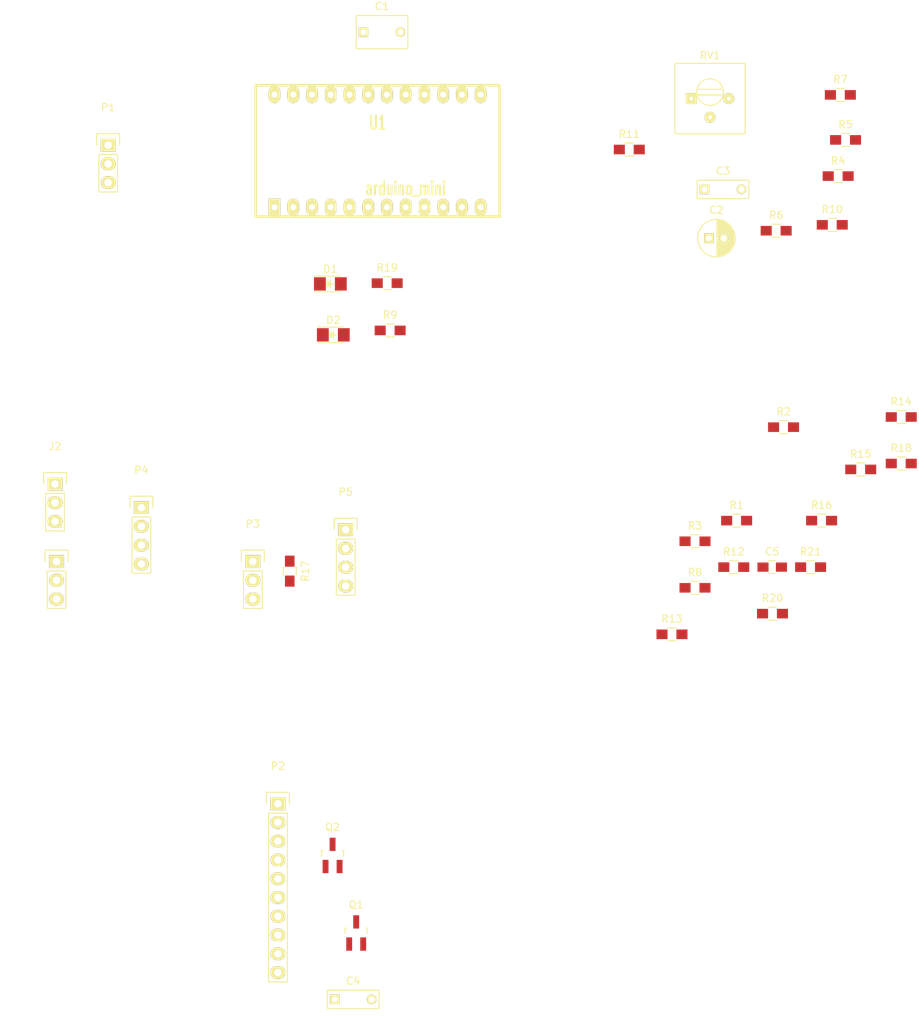
<source format=kicad_pcb>
(kicad_pcb (version 4) (host pcbnew 4.0.1-stable)

  (general
    (links 64)
    (no_connects 64)
    (area 0 0 0 0)
    (thickness 1.6)
    (drawings 0)
    (tracks 0)
    (zones 0)
    (modules 39)
    (nets 50)
  )

  (page A4)
  (layers
    (0 F.Cu signal)
    (31 B.Cu signal)
    (32 B.Adhes user)
    (33 F.Adhes user)
    (34 B.Paste user)
    (35 F.Paste user)
    (36 B.SilkS user)
    (37 F.SilkS user)
    (38 B.Mask user)
    (39 F.Mask user)
    (40 Dwgs.User user)
    (41 Cmts.User user)
    (42 Eco1.User user)
    (43 Eco2.User user)
    (44 Edge.Cuts user)
    (45 Margin user)
    (46 B.CrtYd user)
    (47 F.CrtYd user)
    (48 B.Fab user)
    (49 F.Fab user)
  )

  (setup
    (last_trace_width 0.25)
    (trace_clearance 0.2)
    (zone_clearance 0.508)
    (zone_45_only no)
    (trace_min 0.2)
    (segment_width 0.2)
    (edge_width 0.15)
    (via_size 0.6)
    (via_drill 0.4)
    (via_min_size 0.4)
    (via_min_drill 0.3)
    (uvia_size 0.3)
    (uvia_drill 0.1)
    (uvias_allowed no)
    (uvia_min_size 0.2)
    (uvia_min_drill 0.1)
    (pcb_text_width 0.3)
    (pcb_text_size 1.5 1.5)
    (mod_edge_width 0.15)
    (mod_text_size 1 1)
    (mod_text_width 0.15)
    (pad_size 1.524 1.524)
    (pad_drill 0.762)
    (pad_to_mask_clearance 0.2)
    (aux_axis_origin 0 0)
    (visible_elements FFFFFF7F)
    (pcbplotparams
      (layerselection 0x00030_80000001)
      (usegerberextensions false)
      (excludeedgelayer true)
      (linewidth 0.100000)
      (plotframeref false)
      (viasonmask false)
      (mode 1)
      (useauxorigin false)
      (hpglpennumber 1)
      (hpglpenspeed 20)
      (hpglpendiameter 15)
      (hpglpenoverlay 2)
      (psnegative false)
      (psa4output false)
      (plotreference true)
      (plotvalue true)
      (plotinvisibletext false)
      (padsonsilk false)
      (subtractmaskfromsilk false)
      (outputformat 1)
      (mirror false)
      (drillshape 1)
      (scaleselection 1)
      (outputdirectory ""))
  )

  (net 0 "")
  (net 1 /LINE_LEVEL_IN)
  (net 2 /AUDIO_IN)
  (net 3 "Net-(C2-Pad1)")
  (net 4 "Net-(C2-Pad2)")
  (net 5 GND)
  (net 6 "Net-(C4-Pad1)")
  (net 7 /MIC_LEVEL_OUT)
  (net 8 +5V)
  (net 9 /D9)
  (net 10 "Net-(D1-Pad1)")
  (net 11 /D10)
  (net 12 "Net-(D2-Pad1)")
  (net 13 /V_BATT)
  (net 14 "Net-(P2-Pad1)")
  (net 15 "Net-(P2-Pad3)")
  (net 16 /RADIO_PD)
  (net 17 "Net-(P2-Pad5)")
  (net 18 /RADIO_TX)
  (net 19 /RADIO_RX)
  (net 20 /TEMP_DATA)
  (net 21 /PTT_V+)
  (net 22 "Net-(J2-PadR)")
  (net 23 "Net-(P5-Pad2)")
  (net 24 /GPS_RX)
  (net 25 "Net-(Q1-Pad2)")
  (net 26 "Net-(Q2-Pad2)")
  (net 27 /PTT_CONTROL)
  (net 28 /D7)
  (net 29 /D6)
  (net 30 /D5)
  (net 31 /D4)
  (net 32 /RADIO_PD_CONTROL)
  (net 33 /GPS_TX)
  (net 34 "Net-(R14-Pad2)")
  (net 35 "Net-(U1-Pad1)")
  (net 36 "Net-(U1-Pad2)")
  (net 37 "Net-(U1-Pad3)")
  (net 38 "Net-(U1-Pad7)")
  (net 39 "Net-(U1-Pad8)")
  (net 40 "Net-(U1-Pad9)")
  (net 41 "Net-(U1-Pad10)")
  (net 42 "Net-(U1-Pad11)")
  (net 43 "Net-(U1-Pad13)")
  (net 44 "Net-(U1-Pad15)")
  (net 45 "Net-(U1-Pad18)")
  (net 46 "Net-(U1-Pad20)")
  (net 47 "Net-(J1-PadR)")
  (net 48 "Net-(J1-PadS)")
  (net 49 "Net-(J2-PadT)")

  (net_class Default "This is the default net class."
    (clearance 0.2)
    (trace_width 0.25)
    (via_dia 0.6)
    (via_drill 0.4)
    (uvia_dia 0.3)
    (uvia_drill 0.1)
    (add_net +5V)
    (add_net /AUDIO_IN)
    (add_net /D10)
    (add_net /D4)
    (add_net /D5)
    (add_net /D6)
    (add_net /D7)
    (add_net /D9)
    (add_net /GPS_RX)
    (add_net /GPS_TX)
    (add_net /LINE_LEVEL_IN)
    (add_net /MIC_LEVEL_OUT)
    (add_net /PTT_CONTROL)
    (add_net /PTT_V+)
    (add_net /RADIO_PD)
    (add_net /RADIO_PD_CONTROL)
    (add_net /RADIO_RX)
    (add_net /RADIO_TX)
    (add_net /TEMP_DATA)
    (add_net /V_BATT)
    (add_net GND)
    (add_net "Net-(C2-Pad1)")
    (add_net "Net-(C2-Pad2)")
    (add_net "Net-(C4-Pad1)")
    (add_net "Net-(D1-Pad1)")
    (add_net "Net-(D2-Pad1)")
    (add_net "Net-(J1-PadR)")
    (add_net "Net-(J1-PadS)")
    (add_net "Net-(J2-PadR)")
    (add_net "Net-(J2-PadT)")
    (add_net "Net-(P2-Pad1)")
    (add_net "Net-(P2-Pad3)")
    (add_net "Net-(P2-Pad5)")
    (add_net "Net-(P5-Pad2)")
    (add_net "Net-(Q1-Pad2)")
    (add_net "Net-(Q2-Pad2)")
    (add_net "Net-(R14-Pad2)")
    (add_net "Net-(U1-Pad1)")
    (add_net "Net-(U1-Pad10)")
    (add_net "Net-(U1-Pad11)")
    (add_net "Net-(U1-Pad13)")
    (add_net "Net-(U1-Pad15)")
    (add_net "Net-(U1-Pad18)")
    (add_net "Net-(U1-Pad2)")
    (add_net "Net-(U1-Pad20)")
    (add_net "Net-(U1-Pad3)")
    (add_net "Net-(U1-Pad7)")
    (add_net "Net-(U1-Pad8)")
    (add_net "Net-(U1-Pad9)")
  )

  (module Capacitors_ThroughHole:C_Rect_L7_W4.5_P5 (layer F.Cu) (tedit 0) (tstamp 56DB4BA3)
    (at 170.7 45.1)
    (descr "Film Capacitor Length 7mm x Width 4.5mm, Pitch 5mm")
    (tags Capacitor)
    (path /56C9C734)
    (fp_text reference C1 (at 2.5 -3.5) (layer F.SilkS)
      (effects (font (size 1 1) (thickness 0.15)))
    )
    (fp_text value 1uF (at 2.5 3.5) (layer F.Fab)
      (effects (font (size 1 1) (thickness 0.15)))
    )
    (fp_line (start -1.25 -2.5) (end 6.25 -2.5) (layer F.CrtYd) (width 0.05))
    (fp_line (start 6.25 -2.5) (end 6.25 2.5) (layer F.CrtYd) (width 0.05))
    (fp_line (start 6.25 2.5) (end -1.25 2.5) (layer F.CrtYd) (width 0.05))
    (fp_line (start -1.25 2.5) (end -1.25 -2.5) (layer F.CrtYd) (width 0.05))
    (fp_line (start -1 -2.25) (end 6 -2.25) (layer F.SilkS) (width 0.15))
    (fp_line (start 6 -2.25) (end 6 2.25) (layer F.SilkS) (width 0.15))
    (fp_line (start 6 2.25) (end -1 2.25) (layer F.SilkS) (width 0.15))
    (fp_line (start -1 2.25) (end -1 -2.25) (layer F.SilkS) (width 0.15))
    (pad 1 thru_hole rect (at 0 0) (size 1.3 1.3) (drill 0.8) (layers *.Cu *.Mask F.SilkS)
      (net 1 /LINE_LEVEL_IN))
    (pad 2 thru_hole circle (at 5 0) (size 1.3 1.3) (drill 0.8) (layers *.Cu *.Mask F.SilkS)
      (net 2 /AUDIO_IN))
    (model Capacitors_ThroughHole.3dshapes/C_Rect_L7_W4.5_P5.wrl
      (at (xyz 0.098425 0 0))
      (scale (xyz 1 1 1))
      (rotate (xyz 0 0 0))
    )
  )

  (module Capacitors_ThroughHole:C_Radial_D5_L11_P2 (layer F.Cu) (tedit 0) (tstamp 56DB4BCA)
    (at 217.5 73)
    (descr "Radial Electrolytic Capacitor 5mm x Length 11mm, Pitch 2mm")
    (tags "Electrolytic Capacitor")
    (path /56C9DC4C)
    (fp_text reference C2 (at 1 -3.8) (layer F.SilkS)
      (effects (font (size 1 1) (thickness 0.15)))
    )
    (fp_text value 4.7uF (at 1 3.8) (layer F.Fab)
      (effects (font (size 1 1) (thickness 0.15)))
    )
    (fp_line (start 1.075 -2.499) (end 1.075 2.499) (layer F.SilkS) (width 0.15))
    (fp_line (start 1.215 -2.491) (end 1.215 -0.154) (layer F.SilkS) (width 0.15))
    (fp_line (start 1.215 0.154) (end 1.215 2.491) (layer F.SilkS) (width 0.15))
    (fp_line (start 1.355 -2.475) (end 1.355 -0.473) (layer F.SilkS) (width 0.15))
    (fp_line (start 1.355 0.473) (end 1.355 2.475) (layer F.SilkS) (width 0.15))
    (fp_line (start 1.495 -2.451) (end 1.495 -0.62) (layer F.SilkS) (width 0.15))
    (fp_line (start 1.495 0.62) (end 1.495 2.451) (layer F.SilkS) (width 0.15))
    (fp_line (start 1.635 -2.418) (end 1.635 -0.712) (layer F.SilkS) (width 0.15))
    (fp_line (start 1.635 0.712) (end 1.635 2.418) (layer F.SilkS) (width 0.15))
    (fp_line (start 1.775 -2.377) (end 1.775 -0.768) (layer F.SilkS) (width 0.15))
    (fp_line (start 1.775 0.768) (end 1.775 2.377) (layer F.SilkS) (width 0.15))
    (fp_line (start 1.915 -2.327) (end 1.915 -0.795) (layer F.SilkS) (width 0.15))
    (fp_line (start 1.915 0.795) (end 1.915 2.327) (layer F.SilkS) (width 0.15))
    (fp_line (start 2.055 -2.266) (end 2.055 -0.798) (layer F.SilkS) (width 0.15))
    (fp_line (start 2.055 0.798) (end 2.055 2.266) (layer F.SilkS) (width 0.15))
    (fp_line (start 2.195 -2.196) (end 2.195 -0.776) (layer F.SilkS) (width 0.15))
    (fp_line (start 2.195 0.776) (end 2.195 2.196) (layer F.SilkS) (width 0.15))
    (fp_line (start 2.335 -2.114) (end 2.335 -0.726) (layer F.SilkS) (width 0.15))
    (fp_line (start 2.335 0.726) (end 2.335 2.114) (layer F.SilkS) (width 0.15))
    (fp_line (start 2.475 -2.019) (end 2.475 -0.644) (layer F.SilkS) (width 0.15))
    (fp_line (start 2.475 0.644) (end 2.475 2.019) (layer F.SilkS) (width 0.15))
    (fp_line (start 2.615 -1.908) (end 2.615 -0.512) (layer F.SilkS) (width 0.15))
    (fp_line (start 2.615 0.512) (end 2.615 1.908) (layer F.SilkS) (width 0.15))
    (fp_line (start 2.755 -1.78) (end 2.755 -0.265) (layer F.SilkS) (width 0.15))
    (fp_line (start 2.755 0.265) (end 2.755 1.78) (layer F.SilkS) (width 0.15))
    (fp_line (start 2.895 -1.631) (end 2.895 1.631) (layer F.SilkS) (width 0.15))
    (fp_line (start 3.035 -1.452) (end 3.035 1.452) (layer F.SilkS) (width 0.15))
    (fp_line (start 3.175 -1.233) (end 3.175 1.233) (layer F.SilkS) (width 0.15))
    (fp_line (start 3.315 -0.944) (end 3.315 0.944) (layer F.SilkS) (width 0.15))
    (fp_line (start 3.455 -0.472) (end 3.455 0.472) (layer F.SilkS) (width 0.15))
    (fp_circle (center 2 0) (end 2 -0.8) (layer F.SilkS) (width 0.15))
    (fp_circle (center 1 0) (end 1 -2.5375) (layer F.SilkS) (width 0.15))
    (fp_circle (center 1 0) (end 1 -2.8) (layer F.CrtYd) (width 0.05))
    (pad 1 thru_hole rect (at 0 0) (size 1.3 1.3) (drill 0.8) (layers *.Cu *.Mask F.SilkS)
      (net 3 "Net-(C2-Pad1)"))
    (pad 2 thru_hole circle (at 2 0) (size 1.3 1.3) (drill 0.8) (layers *.Cu *.Mask F.SilkS)
      (net 4 "Net-(C2-Pad2)"))
    (model Capacitors_ThroughHole.3dshapes/C_Radial_D5_L11_P2.wrl
      (at (xyz 0 0 0))
      (scale (xyz 1 1 1))
      (rotate (xyz 0 0 0))
    )
  )

  (module Capacitors_ThroughHole:C_Rect_L7_W2.5_P5 (layer F.Cu) (tedit 0) (tstamp 56DB4BD8)
    (at 216.9 66.4)
    (descr "Film Capacitor Length 7mm x Width 2.5mm, Pitch 5mm")
    (tags Capacitor)
    (path /56C9DC08)
    (fp_text reference C3 (at 2.5 -2.5) (layer F.SilkS)
      (effects (font (size 1 1) (thickness 0.15)))
    )
    (fp_text value 100nF (at 2.5 2.5) (layer F.Fab)
      (effects (font (size 1 1) (thickness 0.15)))
    )
    (fp_line (start -1.25 -1.5) (end 6.25 -1.5) (layer F.CrtYd) (width 0.05))
    (fp_line (start 6.25 -1.5) (end 6.25 1.5) (layer F.CrtYd) (width 0.05))
    (fp_line (start 6.25 1.5) (end -1.25 1.5) (layer F.CrtYd) (width 0.05))
    (fp_line (start -1.25 1.5) (end -1.25 -1.5) (layer F.CrtYd) (width 0.05))
    (fp_line (start -1 -1.25) (end 6 -1.25) (layer F.SilkS) (width 0.15))
    (fp_line (start 6 -1.25) (end 6 1.25) (layer F.SilkS) (width 0.15))
    (fp_line (start 6 1.25) (end -1 1.25) (layer F.SilkS) (width 0.15))
    (fp_line (start -1 1.25) (end -1 -1.25) (layer F.SilkS) (width 0.15))
    (pad 1 thru_hole rect (at 0 0) (size 1.3 1.3) (drill 0.8) (layers *.Cu *.Mask F.SilkS)
      (net 4 "Net-(C2-Pad2)"))
    (pad 2 thru_hole circle (at 5 0) (size 1.3 1.3) (drill 0.8) (layers *.Cu *.Mask F.SilkS)
      (net 5 GND))
  )

  (module Capacitors_ThroughHole:C_Rect_L7_W2.5_P5 (layer F.Cu) (tedit 0) (tstamp 56DB4BE6)
    (at 166.8 176.1)
    (descr "Film Capacitor Length 7mm x Width 2.5mm, Pitch 5mm")
    (tags Capacitor)
    (path /56D97DCE)
    (fp_text reference C4 (at 2.5 -2.5) (layer F.SilkS)
      (effects (font (size 1 1) (thickness 0.15)))
    )
    (fp_text value 100nF (at 2.5 2.5) (layer F.Fab)
      (effects (font (size 1 1) (thickness 0.15)))
    )
    (fp_line (start -1.25 -1.5) (end 6.25 -1.5) (layer F.CrtYd) (width 0.05))
    (fp_line (start 6.25 -1.5) (end 6.25 1.5) (layer F.CrtYd) (width 0.05))
    (fp_line (start 6.25 1.5) (end -1.25 1.5) (layer F.CrtYd) (width 0.05))
    (fp_line (start -1.25 1.5) (end -1.25 -1.5) (layer F.CrtYd) (width 0.05))
    (fp_line (start -1 -1.25) (end 6 -1.25) (layer F.SilkS) (width 0.15))
    (fp_line (start 6 -1.25) (end 6 1.25) (layer F.SilkS) (width 0.15))
    (fp_line (start 6 1.25) (end -1 1.25) (layer F.SilkS) (width 0.15))
    (fp_line (start -1 1.25) (end -1 -1.25) (layer F.SilkS) (width 0.15))
    (pad 1 thru_hole rect (at 0 0) (size 1.3 1.3) (drill 0.8) (layers *.Cu *.Mask F.SilkS)
      (net 6 "Net-(C4-Pad1)"))
    (pad 2 thru_hole circle (at 5 0) (size 1.3 1.3) (drill 0.8) (layers *.Cu *.Mask F.SilkS)
      (net 7 /MIC_LEVEL_OUT))
  )

  (module Capacitors_SMD:C_0805_HandSoldering (layer F.Cu) (tedit 541A9B8D) (tstamp 56DB4BF2)
    (at 226.064524 117.555)
    (descr "Capacitor SMD 0805, hand soldering")
    (tags "capacitor 0805")
    (path /56D9F205)
    (attr smd)
    (fp_text reference C5 (at 0 -2.1) (layer F.SilkS)
      (effects (font (size 1 1) (thickness 0.15)))
    )
    (fp_text value 100nF (at 0 2.1) (layer F.Fab)
      (effects (font (size 1 1) (thickness 0.15)))
    )
    (fp_line (start -2.3 -1) (end 2.3 -1) (layer F.CrtYd) (width 0.05))
    (fp_line (start -2.3 1) (end 2.3 1) (layer F.CrtYd) (width 0.05))
    (fp_line (start -2.3 -1) (end -2.3 1) (layer F.CrtYd) (width 0.05))
    (fp_line (start 2.3 -1) (end 2.3 1) (layer F.CrtYd) (width 0.05))
    (fp_line (start 0.5 -0.85) (end -0.5 -0.85) (layer F.SilkS) (width 0.15))
    (fp_line (start -0.5 0.85) (end 0.5 0.85) (layer F.SilkS) (width 0.15))
    (pad 1 smd rect (at -1.25 0) (size 1.5 1.25) (layers F.Cu F.Paste F.Mask)
      (net 8 +5V))
    (pad 2 smd rect (at 1.25 0) (size 1.5 1.25) (layers F.Cu F.Paste F.Mask)
      (net 5 GND))
    (model Capacitors_SMD.3dshapes/C_0805_HandSoldering.wrl
      (at (xyz 0 0 0))
      (scale (xyz 1 1 1))
      (rotate (xyz 0 0 0))
    )
  )

  (module LEDs:LED_1206 (layer F.Cu) (tedit 55BDE2E8) (tstamp 56DB4C08)
    (at 166.2 79.2)
    (descr "LED 1206 smd package")
    (tags "LED1206 SMD")
    (path /56C9DB34)
    (attr smd)
    (fp_text reference D1 (at 0 -2) (layer F.SilkS)
      (effects (font (size 1 1) (thickness 0.15)))
    )
    (fp_text value "TX (GREEN)" (at 0 2) (layer F.Fab)
      (effects (font (size 1 1) (thickness 0.15)))
    )
    (fp_line (start -2.15 1.05) (end 1.45 1.05) (layer F.SilkS) (width 0.15))
    (fp_line (start -2.15 -1.05) (end 1.45 -1.05) (layer F.SilkS) (width 0.15))
    (fp_line (start -0.1 -0.3) (end -0.1 0.3) (layer F.SilkS) (width 0.15))
    (fp_line (start -0.1 0.3) (end -0.4 0) (layer F.SilkS) (width 0.15))
    (fp_line (start -0.4 0) (end -0.2 -0.2) (layer F.SilkS) (width 0.15))
    (fp_line (start -0.2 -0.2) (end -0.2 0.05) (layer F.SilkS) (width 0.15))
    (fp_line (start -0.2 0.05) (end -0.25 0) (layer F.SilkS) (width 0.15))
    (fp_line (start -0.5 -0.5) (end -0.5 0.5) (layer F.SilkS) (width 0.15))
    (fp_line (start 0 0) (end 0.5 0) (layer F.SilkS) (width 0.15))
    (fp_line (start -0.5 0) (end 0 -0.5) (layer F.SilkS) (width 0.15))
    (fp_line (start 0 -0.5) (end 0 0.5) (layer F.SilkS) (width 0.15))
    (fp_line (start 0 0.5) (end -0.5 0) (layer F.SilkS) (width 0.15))
    (fp_line (start 2.5 -1.25) (end -2.5 -1.25) (layer F.CrtYd) (width 0.05))
    (fp_line (start -2.5 -1.25) (end -2.5 1.25) (layer F.CrtYd) (width 0.05))
    (fp_line (start -2.5 1.25) (end 2.5 1.25) (layer F.CrtYd) (width 0.05))
    (fp_line (start 2.5 1.25) (end 2.5 -1.25) (layer F.CrtYd) (width 0.05))
    (pad 2 smd rect (at 1.41986 0 180) (size 1.59766 1.80086) (layers F.Cu F.Paste F.Mask)
      (net 9 /D9))
    (pad 1 smd rect (at -1.41986 0 180) (size 1.59766 1.80086) (layers F.Cu F.Paste F.Mask)
      (net 10 "Net-(D1-Pad1)"))
    (model LEDs.3dshapes/LED_1206.wrl
      (at (xyz 0 0 0))
      (scale (xyz 1 1 1))
      (rotate (xyz 0 0 180))
    )
  )

  (module LEDs:LED_1206 (layer F.Cu) (tedit 55BDE2E8) (tstamp 56DB4C1E)
    (at 166.6 86.1)
    (descr "LED 1206 smd package")
    (tags "LED1206 SMD")
    (path /56C9DB72)
    (attr smd)
    (fp_text reference D2 (at 0 -2) (layer F.SilkS)
      (effects (font (size 1 1) (thickness 0.15)))
    )
    (fp_text value "RX (RED)" (at 0 2) (layer F.Fab)
      (effects (font (size 1 1) (thickness 0.15)))
    )
    (fp_line (start -2.15 1.05) (end 1.45 1.05) (layer F.SilkS) (width 0.15))
    (fp_line (start -2.15 -1.05) (end 1.45 -1.05) (layer F.SilkS) (width 0.15))
    (fp_line (start -0.1 -0.3) (end -0.1 0.3) (layer F.SilkS) (width 0.15))
    (fp_line (start -0.1 0.3) (end -0.4 0) (layer F.SilkS) (width 0.15))
    (fp_line (start -0.4 0) (end -0.2 -0.2) (layer F.SilkS) (width 0.15))
    (fp_line (start -0.2 -0.2) (end -0.2 0.05) (layer F.SilkS) (width 0.15))
    (fp_line (start -0.2 0.05) (end -0.25 0) (layer F.SilkS) (width 0.15))
    (fp_line (start -0.5 -0.5) (end -0.5 0.5) (layer F.SilkS) (width 0.15))
    (fp_line (start 0 0) (end 0.5 0) (layer F.SilkS) (width 0.15))
    (fp_line (start -0.5 0) (end 0 -0.5) (layer F.SilkS) (width 0.15))
    (fp_line (start 0 -0.5) (end 0 0.5) (layer F.SilkS) (width 0.15))
    (fp_line (start 0 0.5) (end -0.5 0) (layer F.SilkS) (width 0.15))
    (fp_line (start 2.5 -1.25) (end -2.5 -1.25) (layer F.CrtYd) (width 0.05))
    (fp_line (start -2.5 -1.25) (end -2.5 1.25) (layer F.CrtYd) (width 0.05))
    (fp_line (start -2.5 1.25) (end 2.5 1.25) (layer F.CrtYd) (width 0.05))
    (fp_line (start 2.5 1.25) (end 2.5 -1.25) (layer F.CrtYd) (width 0.05))
    (pad 2 smd rect (at 1.41986 0 180) (size 1.59766 1.80086) (layers F.Cu F.Paste F.Mask)
      (net 11 /D10))
    (pad 1 smd rect (at -1.41986 0 180) (size 1.59766 1.80086) (layers F.Cu F.Paste F.Mask)
      (net 12 "Net-(D2-Pad1)"))
    (model LEDs.3dshapes/LED_1206.wrl
      (at (xyz 0 0 0))
      (scale (xyz 1 1 1))
      (rotate (xyz 0 0 180))
    )
  )

  (module Pin_Headers:Pin_Header_Straight_1x03 (layer F.Cu) (tedit 0) (tstamp 56DB4C30)
    (at 129.1 116.8)
    (descr "Through hole pin header")
    (tags "pin header")
    (path /56CA3E3E)
    (fp_text reference J1 (at 0 -5.1) (layer F.SilkS)
      (effects (font (size 1 1) (thickness 0.15)))
    )
    (fp_text value "3.5mm Stereo Jack" (at 0 -3.1) (layer F.Fab)
      (effects (font (size 1 1) (thickness 0.15)))
    )
    (fp_line (start -1.75 -1.75) (end -1.75 6.85) (layer F.CrtYd) (width 0.05))
    (fp_line (start 1.75 -1.75) (end 1.75 6.85) (layer F.CrtYd) (width 0.05))
    (fp_line (start -1.75 -1.75) (end 1.75 -1.75) (layer F.CrtYd) (width 0.05))
    (fp_line (start -1.75 6.85) (end 1.75 6.85) (layer F.CrtYd) (width 0.05))
    (fp_line (start -1.27 1.27) (end -1.27 6.35) (layer F.SilkS) (width 0.15))
    (fp_line (start -1.27 6.35) (end 1.27 6.35) (layer F.SilkS) (width 0.15))
    (fp_line (start 1.27 6.35) (end 1.27 1.27) (layer F.SilkS) (width 0.15))
    (fp_line (start 1.55 -1.55) (end 1.55 0) (layer F.SilkS) (width 0.15))
    (fp_line (start 1.27 1.27) (end -1.27 1.27) (layer F.SilkS) (width 0.15))
    (fp_line (start -1.55 0) (end -1.55 -1.55) (layer F.SilkS) (width 0.15))
    (fp_line (start -1.55 -1.55) (end 1.55 -1.55) (layer F.SilkS) (width 0.15))
    (pad 1 thru_hole rect (at 0 0) (size 2.032 1.7272) (drill 1.016) (layers *.Cu *.Mask F.SilkS))
    (pad 2 thru_hole oval (at 0 2.54) (size 2.032 1.7272) (drill 1.016) (layers *.Cu *.Mask F.SilkS))
    (pad 3 thru_hole oval (at 0 5.08) (size 2.032 1.7272) (drill 1.016) (layers *.Cu *.Mask F.SilkS))
    (model Pin_Headers.3dshapes/Pin_Header_Straight_1x03.wrl
      (at (xyz 0 -0.1 0))
      (scale (xyz 1 1 1))
      (rotate (xyz 0 0 90))
    )
  )

  (module Pin_Headers:Pin_Header_Straight_1x03 (layer F.Cu) (tedit 0) (tstamp 56DB4C42)
    (at 128.9 106.3)
    (descr "Through hole pin header")
    (tags "pin header")
    (path /56CA3EA0)
    (fp_text reference J2 (at 0 -5.1) (layer F.SilkS)
      (effects (font (size 1 1) (thickness 0.15)))
    )
    (fp_text value "2.5mm Stereo Jack" (at 0 -3.1) (layer F.Fab)
      (effects (font (size 1 1) (thickness 0.15)))
    )
    (fp_line (start -1.75 -1.75) (end -1.75 6.85) (layer F.CrtYd) (width 0.05))
    (fp_line (start 1.75 -1.75) (end 1.75 6.85) (layer F.CrtYd) (width 0.05))
    (fp_line (start -1.75 -1.75) (end 1.75 -1.75) (layer F.CrtYd) (width 0.05))
    (fp_line (start -1.75 6.85) (end 1.75 6.85) (layer F.CrtYd) (width 0.05))
    (fp_line (start -1.27 1.27) (end -1.27 6.35) (layer F.SilkS) (width 0.15))
    (fp_line (start -1.27 6.35) (end 1.27 6.35) (layer F.SilkS) (width 0.15))
    (fp_line (start 1.27 6.35) (end 1.27 1.27) (layer F.SilkS) (width 0.15))
    (fp_line (start 1.55 -1.55) (end 1.55 0) (layer F.SilkS) (width 0.15))
    (fp_line (start 1.27 1.27) (end -1.27 1.27) (layer F.SilkS) (width 0.15))
    (fp_line (start -1.55 0) (end -1.55 -1.55) (layer F.SilkS) (width 0.15))
    (fp_line (start -1.55 -1.55) (end 1.55 -1.55) (layer F.SilkS) (width 0.15))
    (pad 1 thru_hole rect (at 0 0) (size 2.032 1.7272) (drill 1.016) (layers *.Cu *.Mask F.SilkS))
    (pad 2 thru_hole oval (at 0 2.54) (size 2.032 1.7272) (drill 1.016) (layers *.Cu *.Mask F.SilkS))
    (pad 3 thru_hole oval (at 0 5.08) (size 2.032 1.7272) (drill 1.016) (layers *.Cu *.Mask F.SilkS))
    (model Pin_Headers.3dshapes/Pin_Header_Straight_1x03.wrl
      (at (xyz 0 -0.1 0))
      (scale (xyz 1 1 1))
      (rotate (xyz 0 0 90))
    )
  )

  (module Pin_Headers:Pin_Header_Straight_1x03 (layer F.Cu) (tedit 0) (tstamp 56DB4C54)
    (at 136.1 60.4)
    (descr "Through hole pin header")
    (tags "pin header")
    (path /56CB6451)
    (fp_text reference P1 (at 0 -5.1) (layer F.SilkS)
      (effects (font (size 1 1) (thickness 0.15)))
    )
    (fp_text value POWER (at 0 -3.1) (layer F.Fab)
      (effects (font (size 1 1) (thickness 0.15)))
    )
    (fp_line (start -1.75 -1.75) (end -1.75 6.85) (layer F.CrtYd) (width 0.05))
    (fp_line (start 1.75 -1.75) (end 1.75 6.85) (layer F.CrtYd) (width 0.05))
    (fp_line (start -1.75 -1.75) (end 1.75 -1.75) (layer F.CrtYd) (width 0.05))
    (fp_line (start -1.75 6.85) (end 1.75 6.85) (layer F.CrtYd) (width 0.05))
    (fp_line (start -1.27 1.27) (end -1.27 6.35) (layer F.SilkS) (width 0.15))
    (fp_line (start -1.27 6.35) (end 1.27 6.35) (layer F.SilkS) (width 0.15))
    (fp_line (start 1.27 6.35) (end 1.27 1.27) (layer F.SilkS) (width 0.15))
    (fp_line (start 1.55 -1.55) (end 1.55 0) (layer F.SilkS) (width 0.15))
    (fp_line (start 1.27 1.27) (end -1.27 1.27) (layer F.SilkS) (width 0.15))
    (fp_line (start -1.55 0) (end -1.55 -1.55) (layer F.SilkS) (width 0.15))
    (fp_line (start -1.55 -1.55) (end 1.55 -1.55) (layer F.SilkS) (width 0.15))
    (pad 1 thru_hole rect (at 0 0) (size 2.032 1.7272) (drill 1.016) (layers *.Cu *.Mask F.SilkS)
      (net 13 /V_BATT))
    (pad 2 thru_hole oval (at 0 2.54) (size 2.032 1.7272) (drill 1.016) (layers *.Cu *.Mask F.SilkS)
      (net 5 GND))
    (pad 3 thru_hole oval (at 0 5.08) (size 2.032 1.7272) (drill 1.016) (layers *.Cu *.Mask F.SilkS)
      (net 8 +5V))
    (model Pin_Headers.3dshapes/Pin_Header_Straight_1x03.wrl
      (at (xyz 0 -0.1 0))
      (scale (xyz 1 1 1))
      (rotate (xyz 0 0 90))
    )
  )

  (module Pin_Headers:Pin_Header_Straight_1x10 (layer F.Cu) (tedit 0) (tstamp 56DB4C6D)
    (at 159.1 149.6)
    (descr "Through hole pin header")
    (tags "pin header")
    (path /56D97B89)
    (fp_text reference P2 (at 0 -5.1) (layer F.SilkS)
      (effects (font (size 1 1) (thickness 0.15)))
    )
    (fp_text value RADIO (at 0 -3.1) (layer F.Fab)
      (effects (font (size 1 1) (thickness 0.15)))
    )
    (fp_line (start -1.75 -1.75) (end -1.75 24.65) (layer F.CrtYd) (width 0.05))
    (fp_line (start 1.75 -1.75) (end 1.75 24.65) (layer F.CrtYd) (width 0.05))
    (fp_line (start -1.75 -1.75) (end 1.75 -1.75) (layer F.CrtYd) (width 0.05))
    (fp_line (start -1.75 24.65) (end 1.75 24.65) (layer F.CrtYd) (width 0.05))
    (fp_line (start 1.27 1.27) (end 1.27 24.13) (layer F.SilkS) (width 0.15))
    (fp_line (start 1.27 24.13) (end -1.27 24.13) (layer F.SilkS) (width 0.15))
    (fp_line (start -1.27 24.13) (end -1.27 1.27) (layer F.SilkS) (width 0.15))
    (fp_line (start 1.55 -1.55) (end 1.55 0) (layer F.SilkS) (width 0.15))
    (fp_line (start 1.27 1.27) (end -1.27 1.27) (layer F.SilkS) (width 0.15))
    (fp_line (start -1.55 0) (end -1.55 -1.55) (layer F.SilkS) (width 0.15))
    (fp_line (start -1.55 -1.55) (end 1.55 -1.55) (layer F.SilkS) (width 0.15))
    (pad 1 thru_hole rect (at 0 0) (size 2.032 1.7272) (drill 1.016) (layers *.Cu *.Mask F.SilkS)
      (net 14 "Net-(P2-Pad1)"))
    (pad 2 thru_hole oval (at 0 2.54) (size 2.032 1.7272) (drill 1.016) (layers *.Cu *.Mask F.SilkS)
      (net 1 /LINE_LEVEL_IN))
    (pad 3 thru_hole oval (at 0 5.08) (size 2.032 1.7272) (drill 1.016) (layers *.Cu *.Mask F.SilkS)
      (net 15 "Net-(P2-Pad3)"))
    (pad 4 thru_hole oval (at 0 7.62) (size 2.032 1.7272) (drill 1.016) (layers *.Cu *.Mask F.SilkS)
      (net 16 /RADIO_PD))
    (pad 5 thru_hole oval (at 0 10.16) (size 2.032 1.7272) (drill 1.016) (layers *.Cu *.Mask F.SilkS)
      (net 17 "Net-(P2-Pad5)"))
    (pad 6 thru_hole oval (at 0 12.7) (size 2.032 1.7272) (drill 1.016) (layers *.Cu *.Mask F.SilkS)
      (net 13 /V_BATT))
    (pad 7 thru_hole oval (at 0 15.24) (size 2.032 1.7272) (drill 1.016) (layers *.Cu *.Mask F.SilkS)
      (net 5 GND))
    (pad 8 thru_hole oval (at 0 17.78) (size 2.032 1.7272) (drill 1.016) (layers *.Cu *.Mask F.SilkS)
      (net 18 /RADIO_TX))
    (pad 9 thru_hole oval (at 0 20.32) (size 2.032 1.7272) (drill 1.016) (layers *.Cu *.Mask F.SilkS)
      (net 19 /RADIO_RX))
    (pad 10 thru_hole oval (at 0 22.86) (size 2.032 1.7272) (drill 1.016) (layers *.Cu *.Mask F.SilkS)
      (net 6 "Net-(C4-Pad1)"))
    (model Pin_Headers.3dshapes/Pin_Header_Straight_1x10.wrl
      (at (xyz 0 -0.45 0))
      (scale (xyz 1 1 1))
      (rotate (xyz 0 0 90))
    )
  )

  (module Pin_Headers:Pin_Header_Straight_1x03 (layer F.Cu) (tedit 0) (tstamp 56DB4C7F)
    (at 155.7 116.8)
    (descr "Through hole pin header")
    (tags "pin header")
    (path /56CA54CB)
    (fp_text reference P3 (at 0 -5.1) (layer F.SilkS)
      (effects (font (size 1 1) (thickness 0.15)))
    )
    (fp_text value TEMPERATURE (at 0 -3.1) (layer F.Fab)
      (effects (font (size 1 1) (thickness 0.15)))
    )
    (fp_line (start -1.75 -1.75) (end -1.75 6.85) (layer F.CrtYd) (width 0.05))
    (fp_line (start 1.75 -1.75) (end 1.75 6.85) (layer F.CrtYd) (width 0.05))
    (fp_line (start -1.75 -1.75) (end 1.75 -1.75) (layer F.CrtYd) (width 0.05))
    (fp_line (start -1.75 6.85) (end 1.75 6.85) (layer F.CrtYd) (width 0.05))
    (fp_line (start -1.27 1.27) (end -1.27 6.35) (layer F.SilkS) (width 0.15))
    (fp_line (start -1.27 6.35) (end 1.27 6.35) (layer F.SilkS) (width 0.15))
    (fp_line (start 1.27 6.35) (end 1.27 1.27) (layer F.SilkS) (width 0.15))
    (fp_line (start 1.55 -1.55) (end 1.55 0) (layer F.SilkS) (width 0.15))
    (fp_line (start 1.27 1.27) (end -1.27 1.27) (layer F.SilkS) (width 0.15))
    (fp_line (start -1.55 0) (end -1.55 -1.55) (layer F.SilkS) (width 0.15))
    (fp_line (start -1.55 -1.55) (end 1.55 -1.55) (layer F.SilkS) (width 0.15))
    (pad 1 thru_hole rect (at 0 0) (size 2.032 1.7272) (drill 1.016) (layers *.Cu *.Mask F.SilkS)
      (net 8 +5V))
    (pad 2 thru_hole oval (at 0 2.54) (size 2.032 1.7272) (drill 1.016) (layers *.Cu *.Mask F.SilkS)
      (net 20 /TEMP_DATA))
    (pad 3 thru_hole oval (at 0 5.08) (size 2.032 1.7272) (drill 1.016) (layers *.Cu *.Mask F.SilkS)
      (net 5 GND))
    (model Pin_Headers.3dshapes/Pin_Header_Straight_1x03.wrl
      (at (xyz 0 -0.1 0))
      (scale (xyz 1 1 1))
      (rotate (xyz 0 0 90))
    )
  )

  (module Pin_Headers:Pin_Header_Straight_1x04 (layer F.Cu) (tedit 0) (tstamp 56DB4C92)
    (at 140.6 109.5)
    (descr "Through hole pin header")
    (tags "pin header")
    (path /56D9E2ED)
    (fp_text reference P4 (at 0 -5.1) (layer F.SilkS)
      (effects (font (size 1 1) (thickness 0.15)))
    )
    (fp_text value BAOFENG (at 0 -3.1) (layer F.Fab)
      (effects (font (size 1 1) (thickness 0.15)))
    )
    (fp_line (start -1.75 -1.75) (end -1.75 9.4) (layer F.CrtYd) (width 0.05))
    (fp_line (start 1.75 -1.75) (end 1.75 9.4) (layer F.CrtYd) (width 0.05))
    (fp_line (start -1.75 -1.75) (end 1.75 -1.75) (layer F.CrtYd) (width 0.05))
    (fp_line (start -1.75 9.4) (end 1.75 9.4) (layer F.CrtYd) (width 0.05))
    (fp_line (start -1.27 1.27) (end -1.27 8.89) (layer F.SilkS) (width 0.15))
    (fp_line (start 1.27 1.27) (end 1.27 8.89) (layer F.SilkS) (width 0.15))
    (fp_line (start 1.55 -1.55) (end 1.55 0) (layer F.SilkS) (width 0.15))
    (fp_line (start -1.27 8.89) (end 1.27 8.89) (layer F.SilkS) (width 0.15))
    (fp_line (start 1.27 1.27) (end -1.27 1.27) (layer F.SilkS) (width 0.15))
    (fp_line (start -1.55 0) (end -1.55 -1.55) (layer F.SilkS) (width 0.15))
    (fp_line (start -1.55 -1.55) (end 1.55 -1.55) (layer F.SilkS) (width 0.15))
    (pad 1 thru_hole rect (at 0 0) (size 2.032 1.7272) (drill 1.016) (layers *.Cu *.Mask F.SilkS)
      (net 47 "Net-(J1-PadR)"))
    (pad 2 thru_hole oval (at 0 2.54) (size 2.032 1.7272) (drill 1.016) (layers *.Cu *.Mask F.SilkS)
      (net 48 "Net-(J1-PadS)"))
    (pad 3 thru_hole oval (at 0 5.08) (size 2.032 1.7272) (drill 1.016) (layers *.Cu *.Mask F.SilkS)
      (net 49 "Net-(J2-PadT)"))
    (pad 4 thru_hole oval (at 0 7.62) (size 2.032 1.7272) (drill 1.016) (layers *.Cu *.Mask F.SilkS)
      (net 22 "Net-(J2-PadR)"))
    (model Pin_Headers.3dshapes/Pin_Header_Straight_1x04.wrl
      (at (xyz 0 -0.15 0))
      (scale (xyz 1 1 1))
      (rotate (xyz 0 0 90))
    )
  )

  (module Pin_Headers:Pin_Header_Straight_1x04 (layer F.Cu) (tedit 0) (tstamp 56DB4CA5)
    (at 168.275001 112.485)
    (descr "Through hole pin header")
    (tags "pin header")
    (path /56CA4E8B)
    (fp_text reference P5 (at 0 -5.1) (layer F.SilkS)
      (effects (font (size 1 1) (thickness 0.15)))
    )
    (fp_text value GPS (at 0 -3.1) (layer F.Fab)
      (effects (font (size 1 1) (thickness 0.15)))
    )
    (fp_line (start -1.75 -1.75) (end -1.75 9.4) (layer F.CrtYd) (width 0.05))
    (fp_line (start 1.75 -1.75) (end 1.75 9.4) (layer F.CrtYd) (width 0.05))
    (fp_line (start -1.75 -1.75) (end 1.75 -1.75) (layer F.CrtYd) (width 0.05))
    (fp_line (start -1.75 9.4) (end 1.75 9.4) (layer F.CrtYd) (width 0.05))
    (fp_line (start -1.27 1.27) (end -1.27 8.89) (layer F.SilkS) (width 0.15))
    (fp_line (start 1.27 1.27) (end 1.27 8.89) (layer F.SilkS) (width 0.15))
    (fp_line (start 1.55 -1.55) (end 1.55 0) (layer F.SilkS) (width 0.15))
    (fp_line (start -1.27 8.89) (end 1.27 8.89) (layer F.SilkS) (width 0.15))
    (fp_line (start 1.27 1.27) (end -1.27 1.27) (layer F.SilkS) (width 0.15))
    (fp_line (start -1.55 0) (end -1.55 -1.55) (layer F.SilkS) (width 0.15))
    (fp_line (start -1.55 -1.55) (end 1.55 -1.55) (layer F.SilkS) (width 0.15))
    (pad 1 thru_hole rect (at 0 0) (size 2.032 1.7272) (drill 1.016) (layers *.Cu *.Mask F.SilkS)
      (net 8 +5V))
    (pad 2 thru_hole oval (at 0 2.54) (size 2.032 1.7272) (drill 1.016) (layers *.Cu *.Mask F.SilkS)
      (net 23 "Net-(P5-Pad2)"))
    (pad 3 thru_hole oval (at 0 5.08) (size 2.032 1.7272) (drill 1.016) (layers *.Cu *.Mask F.SilkS)
      (net 24 /GPS_RX))
    (pad 4 thru_hole oval (at 0 7.62) (size 2.032 1.7272) (drill 1.016) (layers *.Cu *.Mask F.SilkS)
      (net 5 GND))
    (model Pin_Headers.3dshapes/Pin_Header_Straight_1x04.wrl
      (at (xyz 0 -0.15 0))
      (scale (xyz 1 1 1))
      (rotate (xyz 0 0 90))
    )
  )

  (module TO_SOT_Packages_SMD:SOT-23_Handsoldering (layer F.Cu) (tedit 54E9291B) (tstamp 56DB4CB0)
    (at 169.7 167.1)
    (descr "SOT-23, Handsoldering")
    (tags SOT-23)
    (path /56C9C6A9)
    (attr smd)
    (fp_text reference Q1 (at 0 -3.81) (layer F.SilkS)
      (effects (font (size 1 1) (thickness 0.15)))
    )
    (fp_text value 2N7002 (at 0 3.81) (layer F.Fab)
      (effects (font (size 1 1) (thickness 0.15)))
    )
    (fp_line (start -1.49982 0.0508) (end -1.49982 -0.65024) (layer F.SilkS) (width 0.15))
    (fp_line (start -1.49982 -0.65024) (end -1.2509 -0.65024) (layer F.SilkS) (width 0.15))
    (fp_line (start 1.29916 -0.65024) (end 1.49982 -0.65024) (layer F.SilkS) (width 0.15))
    (fp_line (start 1.49982 -0.65024) (end 1.49982 0.0508) (layer F.SilkS) (width 0.15))
    (pad 1 smd rect (at -0.95 1.50114) (size 0.8001 1.80086) (layers F.Cu F.Paste F.Mask)
      (net 21 /PTT_V+))
    (pad 2 smd rect (at 0.95 1.50114) (size 0.8001 1.80086) (layers F.Cu F.Paste F.Mask)
      (net 25 "Net-(Q1-Pad2)"))
    (pad 3 smd rect (at 0 -1.50114) (size 0.8001 1.80086) (layers F.Cu F.Paste F.Mask)
      (net 5 GND))
    (model TO_SOT_Packages_SMD.3dshapes/SOT-23_Handsoldering.wrl
      (at (xyz 0 0 0))
      (scale (xyz 1 1 1))
      (rotate (xyz 0 0 0))
    )
  )

  (module TO_SOT_Packages_SMD:SOT-23_Handsoldering (layer F.Cu) (tedit 54E9291B) (tstamp 56DB4CBB)
    (at 166.5 156.6)
    (descr "SOT-23, Handsoldering")
    (tags SOT-23)
    (path /56D9C472)
    (attr smd)
    (fp_text reference Q2 (at 0 -3.81) (layer F.SilkS)
      (effects (font (size 1 1) (thickness 0.15)))
    )
    (fp_text value 2N7002 (at 0 3.81) (layer F.Fab)
      (effects (font (size 1 1) (thickness 0.15)))
    )
    (fp_line (start -1.49982 0.0508) (end -1.49982 -0.65024) (layer F.SilkS) (width 0.15))
    (fp_line (start -1.49982 -0.65024) (end -1.2509 -0.65024) (layer F.SilkS) (width 0.15))
    (fp_line (start 1.29916 -0.65024) (end 1.49982 -0.65024) (layer F.SilkS) (width 0.15))
    (fp_line (start 1.49982 -0.65024) (end 1.49982 0.0508) (layer F.SilkS) (width 0.15))
    (pad 1 smd rect (at -0.95 1.50114) (size 0.8001 1.80086) (layers F.Cu F.Paste F.Mask)
      (net 16 /RADIO_PD))
    (pad 2 smd rect (at 0.95 1.50114) (size 0.8001 1.80086) (layers F.Cu F.Paste F.Mask)
      (net 26 "Net-(Q2-Pad2)"))
    (pad 3 smd rect (at 0 -1.50114) (size 0.8001 1.80086) (layers F.Cu F.Paste F.Mask)
      (net 5 GND))
    (model TO_SOT_Packages_SMD.3dshapes/SOT-23_Handsoldering.wrl
      (at (xyz 0 0 0))
      (scale (xyz 1 1 1))
      (rotate (xyz 0 0 0))
    )
  )

  (module Resistors_SMD:R_0805_HandSoldering (layer F.Cu) (tedit 54189DEE) (tstamp 56DB4CC7)
    (at 221.245001 111.255)
    (descr "Resistor SMD 0805, hand soldering")
    (tags "resistor 0805")
    (path /56C9C7DE)
    (attr smd)
    (fp_text reference R1 (at 0 -2.1) (layer F.SilkS)
      (effects (font (size 1 1) (thickness 0.15)))
    )
    (fp_text value 1K (at 0 2.1) (layer F.Fab)
      (effects (font (size 1 1) (thickness 0.15)))
    )
    (fp_line (start -2.4 -1) (end 2.4 -1) (layer F.CrtYd) (width 0.05))
    (fp_line (start -2.4 1) (end 2.4 1) (layer F.CrtYd) (width 0.05))
    (fp_line (start -2.4 -1) (end -2.4 1) (layer F.CrtYd) (width 0.05))
    (fp_line (start 2.4 -1) (end 2.4 1) (layer F.CrtYd) (width 0.05))
    (fp_line (start 0.6 0.875) (end -0.6 0.875) (layer F.SilkS) (width 0.15))
    (fp_line (start -0.6 -0.875) (end 0.6 -0.875) (layer F.SilkS) (width 0.15))
    (pad 1 smd rect (at -1.35 0) (size 1.5 1.3) (layers F.Cu F.Paste F.Mask)
      (net 25 "Net-(Q1-Pad2)"))
    (pad 2 smd rect (at 1.35 0) (size 1.5 1.3) (layers F.Cu F.Paste F.Mask)
      (net 27 /PTT_CONTROL))
    (model Resistors_SMD.3dshapes/R_0805_HandSoldering.wrl
      (at (xyz 0 0 0))
      (scale (xyz 1 1 1))
      (rotate (xyz 0 0 0))
    )
  )

  (module Resistors_SMD:R_0805_HandSoldering (layer F.Cu) (tedit 54189DEE) (tstamp 56DB4CD3)
    (at 227.6 98.6)
    (descr "Resistor SMD 0805, hand soldering")
    (tags "resistor 0805")
    (path /56C9C66B)
    (attr smd)
    (fp_text reference R2 (at 0 -2.1) (layer F.SilkS)
      (effects (font (size 1 1) (thickness 0.15)))
    )
    (fp_text value 1K (at 0 2.1) (layer F.Fab)
      (effects (font (size 1 1) (thickness 0.15)))
    )
    (fp_line (start -2.4 -1) (end 2.4 -1) (layer F.CrtYd) (width 0.05))
    (fp_line (start -2.4 1) (end 2.4 1) (layer F.CrtYd) (width 0.05))
    (fp_line (start -2.4 -1) (end -2.4 1) (layer F.CrtYd) (width 0.05))
    (fp_line (start 2.4 -1) (end 2.4 1) (layer F.CrtYd) (width 0.05))
    (fp_line (start 0.6 0.875) (end -0.6 0.875) (layer F.SilkS) (width 0.15))
    (fp_line (start -0.6 -0.875) (end 0.6 -0.875) (layer F.SilkS) (width 0.15))
    (pad 1 smd rect (at -1.35 0) (size 1.5 1.3) (layers F.Cu F.Paste F.Mask)
      (net 5 GND))
    (pad 2 smd rect (at 1.35 0) (size 1.5 1.3) (layers F.Cu F.Paste F.Mask)
      (net 27 /PTT_CONTROL))
    (model Resistors_SMD.3dshapes/R_0805_HandSoldering.wrl
      (at (xyz 0 0 0))
      (scale (xyz 1 1 1))
      (rotate (xyz 0 0 0))
    )
  )

  (module Resistors_SMD:R_0805_HandSoldering (layer F.Cu) (tedit 54189DEE) (tstamp 56DB4CDF)
    (at 215.605001 114.055)
    (descr "Resistor SMD 0805, hand soldering")
    (tags "resistor 0805")
    (path /56C9C70D)
    (attr smd)
    (fp_text reference R3 (at 0 -2.1) (layer F.SilkS)
      (effects (font (size 1 1) (thickness 0.15)))
    )
    (fp_text value 100K (at 0 2.1) (layer F.Fab)
      (effects (font (size 1 1) (thickness 0.15)))
    )
    (fp_line (start -2.4 -1) (end 2.4 -1) (layer F.CrtYd) (width 0.05))
    (fp_line (start -2.4 1) (end 2.4 1) (layer F.CrtYd) (width 0.05))
    (fp_line (start -2.4 -1) (end -2.4 1) (layer F.CrtYd) (width 0.05))
    (fp_line (start 2.4 -1) (end 2.4 1) (layer F.CrtYd) (width 0.05))
    (fp_line (start 0.6 0.875) (end -0.6 0.875) (layer F.SilkS) (width 0.15))
    (fp_line (start -0.6 -0.875) (end 0.6 -0.875) (layer F.SilkS) (width 0.15))
    (pad 1 smd rect (at -1.35 0) (size 1.5 1.3) (layers F.Cu F.Paste F.Mask)
      (net 2 /AUDIO_IN))
    (pad 2 smd rect (at 1.35 0) (size 1.5 1.3) (layers F.Cu F.Paste F.Mask)
      (net 8 +5V))
    (model Resistors_SMD.3dshapes/R_0805_HandSoldering.wrl
      (at (xyz 0 0 0))
      (scale (xyz 1 1 1))
      (rotate (xyz 0 0 0))
    )
  )

  (module Resistors_SMD:R_0805_HandSoldering (layer F.Cu) (tedit 54189DEE) (tstamp 56DB4CEB)
    (at 235 64.6)
    (descr "Resistor SMD 0805, hand soldering")
    (tags "resistor 0805")
    (path /56C9DA36)
    (attr smd)
    (fp_text reference R4 (at 0 -2.1) (layer F.SilkS)
      (effects (font (size 1 1) (thickness 0.15)))
    )
    (fp_text value "1K 1%" (at 0 2.1) (layer F.Fab)
      (effects (font (size 1 1) (thickness 0.15)))
    )
    (fp_line (start -2.4 -1) (end 2.4 -1) (layer F.CrtYd) (width 0.05))
    (fp_line (start -2.4 1) (end 2.4 1) (layer F.CrtYd) (width 0.05))
    (fp_line (start -2.4 -1) (end -2.4 1) (layer F.CrtYd) (width 0.05))
    (fp_line (start 2.4 -1) (end 2.4 1) (layer F.CrtYd) (width 0.05))
    (fp_line (start 0.6 0.875) (end -0.6 0.875) (layer F.SilkS) (width 0.15))
    (fp_line (start -0.6 -0.875) (end 0.6 -0.875) (layer F.SilkS) (width 0.15))
    (pad 1 smd rect (at -1.35 0) (size 1.5 1.3) (layers F.Cu F.Paste F.Mask)
      (net 4 "Net-(C2-Pad2)"))
    (pad 2 smd rect (at 1.35 0) (size 1.5 1.3) (layers F.Cu F.Paste F.Mask)
      (net 28 /D7))
    (model Resistors_SMD.3dshapes/R_0805_HandSoldering.wrl
      (at (xyz 0 0 0))
      (scale (xyz 1 1 1))
      (rotate (xyz 0 0 0))
    )
  )

  (module Resistors_SMD:R_0805_HandSoldering (layer F.Cu) (tedit 54189DEE) (tstamp 56DB4CF7)
    (at 236 59.7)
    (descr "Resistor SMD 0805, hand soldering")
    (tags "resistor 0805")
    (path /56C9DA6A)
    (attr smd)
    (fp_text reference R5 (at 0 -2.1) (layer F.SilkS)
      (effects (font (size 1 1) (thickness 0.15)))
    )
    (fp_text value "2K2 1%" (at 0 2.1) (layer F.Fab)
      (effects (font (size 1 1) (thickness 0.15)))
    )
    (fp_line (start -2.4 -1) (end 2.4 -1) (layer F.CrtYd) (width 0.05))
    (fp_line (start -2.4 1) (end 2.4 1) (layer F.CrtYd) (width 0.05))
    (fp_line (start -2.4 -1) (end -2.4 1) (layer F.CrtYd) (width 0.05))
    (fp_line (start 2.4 -1) (end 2.4 1) (layer F.CrtYd) (width 0.05))
    (fp_line (start 0.6 0.875) (end -0.6 0.875) (layer F.SilkS) (width 0.15))
    (fp_line (start -0.6 -0.875) (end 0.6 -0.875) (layer F.SilkS) (width 0.15))
    (pad 1 smd rect (at -1.35 0) (size 1.5 1.3) (layers F.Cu F.Paste F.Mask)
      (net 4 "Net-(C2-Pad2)"))
    (pad 2 smd rect (at 1.35 0) (size 1.5 1.3) (layers F.Cu F.Paste F.Mask)
      (net 29 /D6))
    (model Resistors_SMD.3dshapes/R_0805_HandSoldering.wrl
      (at (xyz 0 0 0))
      (scale (xyz 1 1 1))
      (rotate (xyz 0 0 0))
    )
  )

  (module Resistors_SMD:R_0805_HandSoldering (layer F.Cu) (tedit 54189DEE) (tstamp 56DB4D03)
    (at 226.6 72)
    (descr "Resistor SMD 0805, hand soldering")
    (tags "resistor 0805")
    (path /56C9DAC8)
    (attr smd)
    (fp_text reference R6 (at 0 -2.1) (layer F.SilkS)
      (effects (font (size 1 1) (thickness 0.15)))
    )
    (fp_text value "3K9 1%" (at 0 2.1) (layer F.Fab)
      (effects (font (size 1 1) (thickness 0.15)))
    )
    (fp_line (start -2.4 -1) (end 2.4 -1) (layer F.CrtYd) (width 0.05))
    (fp_line (start -2.4 1) (end 2.4 1) (layer F.CrtYd) (width 0.05))
    (fp_line (start -2.4 -1) (end -2.4 1) (layer F.CrtYd) (width 0.05))
    (fp_line (start 2.4 -1) (end 2.4 1) (layer F.CrtYd) (width 0.05))
    (fp_line (start 0.6 0.875) (end -0.6 0.875) (layer F.SilkS) (width 0.15))
    (fp_line (start -0.6 -0.875) (end 0.6 -0.875) (layer F.SilkS) (width 0.15))
    (pad 1 smd rect (at -1.35 0) (size 1.5 1.3) (layers F.Cu F.Paste F.Mask)
      (net 4 "Net-(C2-Pad2)"))
    (pad 2 smd rect (at 1.35 0) (size 1.5 1.3) (layers F.Cu F.Paste F.Mask)
      (net 30 /D5))
    (model Resistors_SMD.3dshapes/R_0805_HandSoldering.wrl
      (at (xyz 0 0 0))
      (scale (xyz 1 1 1))
      (rotate (xyz 0 0 0))
    )
  )

  (module Resistors_SMD:R_0805_HandSoldering (layer F.Cu) (tedit 54189DEE) (tstamp 56DB4D0F)
    (at 235.3 53.6)
    (descr "Resistor SMD 0805, hand soldering")
    (tags "resistor 0805")
    (path /56C9DAFD)
    (attr smd)
    (fp_text reference R7 (at 0 -2.1) (layer F.SilkS)
      (effects (font (size 1 1) (thickness 0.15)))
    )
    (fp_text value "8K2 1%" (at 0 2.1) (layer F.Fab)
      (effects (font (size 1 1) (thickness 0.15)))
    )
    (fp_line (start -2.4 -1) (end 2.4 -1) (layer F.CrtYd) (width 0.05))
    (fp_line (start -2.4 1) (end 2.4 1) (layer F.CrtYd) (width 0.05))
    (fp_line (start -2.4 -1) (end -2.4 1) (layer F.CrtYd) (width 0.05))
    (fp_line (start 2.4 -1) (end 2.4 1) (layer F.CrtYd) (width 0.05))
    (fp_line (start 0.6 0.875) (end -0.6 0.875) (layer F.SilkS) (width 0.15))
    (fp_line (start -0.6 -0.875) (end 0.6 -0.875) (layer F.SilkS) (width 0.15))
    (pad 1 smd rect (at -1.35 0) (size 1.5 1.3) (layers F.Cu F.Paste F.Mask)
      (net 4 "Net-(C2-Pad2)"))
    (pad 2 smd rect (at 1.35 0) (size 1.5 1.3) (layers F.Cu F.Paste F.Mask)
      (net 31 /D4))
    (model Resistors_SMD.3dshapes/R_0805_HandSoldering.wrl
      (at (xyz 0 0 0))
      (scale (xyz 1 1 1))
      (rotate (xyz 0 0 0))
    )
  )

  (module Resistors_SMD:R_0805_HandSoldering (layer F.Cu) (tedit 54189DEE) (tstamp 56DB4D1B)
    (at 215.605001 120.355)
    (descr "Resistor SMD 0805, hand soldering")
    (tags "resistor 0805")
    (path /56C9C78B)
    (attr smd)
    (fp_text reference R8 (at 0 -2.1) (layer F.SilkS)
      (effects (font (size 1 1) (thickness 0.15)))
    )
    (fp_text value 100K (at 0 2.1) (layer F.Fab)
      (effects (font (size 1 1) (thickness 0.15)))
    )
    (fp_line (start -2.4 -1) (end 2.4 -1) (layer F.CrtYd) (width 0.05))
    (fp_line (start -2.4 1) (end 2.4 1) (layer F.CrtYd) (width 0.05))
    (fp_line (start -2.4 -1) (end -2.4 1) (layer F.CrtYd) (width 0.05))
    (fp_line (start 2.4 -1) (end 2.4 1) (layer F.CrtYd) (width 0.05))
    (fp_line (start 0.6 0.875) (end -0.6 0.875) (layer F.SilkS) (width 0.15))
    (fp_line (start -0.6 -0.875) (end 0.6 -0.875) (layer F.SilkS) (width 0.15))
    (pad 1 smd rect (at -1.35 0) (size 1.5 1.3) (layers F.Cu F.Paste F.Mask)
      (net 2 /AUDIO_IN))
    (pad 2 smd rect (at 1.35 0) (size 1.5 1.3) (layers F.Cu F.Paste F.Mask)
      (net 5 GND))
    (model Resistors_SMD.3dshapes/R_0805_HandSoldering.wrl
      (at (xyz 0 0 0))
      (scale (xyz 1 1 1))
      (rotate (xyz 0 0 0))
    )
  )

  (module Resistors_SMD:R_0805_HandSoldering (layer F.Cu) (tedit 54189DEE) (tstamp 56DB4D27)
    (at 174.3 85.5)
    (descr "Resistor SMD 0805, hand soldering")
    (tags "resistor 0805")
    (path /56C9DD8B)
    (attr smd)
    (fp_text reference R9 (at 0 -2.1) (layer F.SilkS)
      (effects (font (size 1 1) (thickness 0.15)))
    )
    (fp_text value 3K3 (at 0 2.1) (layer F.Fab)
      (effects (font (size 1 1) (thickness 0.15)))
    )
    (fp_line (start -2.4 -1) (end 2.4 -1) (layer F.CrtYd) (width 0.05))
    (fp_line (start -2.4 1) (end 2.4 1) (layer F.CrtYd) (width 0.05))
    (fp_line (start -2.4 -1) (end -2.4 1) (layer F.CrtYd) (width 0.05))
    (fp_line (start 2.4 -1) (end 2.4 1) (layer F.CrtYd) (width 0.05))
    (fp_line (start 0.6 0.875) (end -0.6 0.875) (layer F.SilkS) (width 0.15))
    (fp_line (start -0.6 -0.875) (end 0.6 -0.875) (layer F.SilkS) (width 0.15))
    (pad 1 smd rect (at -1.35 0) (size 1.5 1.3) (layers F.Cu F.Paste F.Mask)
      (net 5 GND))
    (pad 2 smd rect (at 1.35 0) (size 1.5 1.3) (layers F.Cu F.Paste F.Mask)
      (net 12 "Net-(D2-Pad1)"))
    (model Resistors_SMD.3dshapes/R_0805_HandSoldering.wrl
      (at (xyz 0 0 0))
      (scale (xyz 1 1 1))
      (rotate (xyz 0 0 0))
    )
  )

  (module Resistors_SMD:R_0805_HandSoldering (layer F.Cu) (tedit 54189DEE) (tstamp 56DB4D33)
    (at 234.2 71.2)
    (descr "Resistor SMD 0805, hand soldering")
    (tags "resistor 0805")
    (path /56C9DBB2)
    (attr smd)
    (fp_text reference R10 (at 0 -2.1) (layer F.SilkS)
      (effects (font (size 1 1) (thickness 0.15)))
    )
    (fp_text value "270 1%" (at 0 2.1) (layer F.Fab)
      (effects (font (size 1 1) (thickness 0.15)))
    )
    (fp_line (start -2.4 -1) (end 2.4 -1) (layer F.CrtYd) (width 0.05))
    (fp_line (start -2.4 1) (end 2.4 1) (layer F.CrtYd) (width 0.05))
    (fp_line (start -2.4 -1) (end -2.4 1) (layer F.CrtYd) (width 0.05))
    (fp_line (start 2.4 -1) (end 2.4 1) (layer F.CrtYd) (width 0.05))
    (fp_line (start 0.6 0.875) (end -0.6 0.875) (layer F.SilkS) (width 0.15))
    (fp_line (start -0.6 -0.875) (end 0.6 -0.875) (layer F.SilkS) (width 0.15))
    (pad 1 smd rect (at -1.35 0) (size 1.5 1.3) (layers F.Cu F.Paste F.Mask)
      (net 4 "Net-(C2-Pad2)"))
    (pad 2 smd rect (at 1.35 0) (size 1.5 1.3) (layers F.Cu F.Paste F.Mask)
      (net 5 GND))
    (model Resistors_SMD.3dshapes/R_0805_HandSoldering.wrl
      (at (xyz 0 0 0))
      (scale (xyz 1 1 1))
      (rotate (xyz 0 0 0))
    )
  )

  (module Resistors_SMD:R_0805_HandSoldering (layer F.Cu) (tedit 54189DEE) (tstamp 56DB4D3F)
    (at 206.7 61)
    (descr "Resistor SMD 0805, hand soldering")
    (tags "resistor 0805")
    (path /56C9DCE7)
    (attr smd)
    (fp_text reference R11 (at 0 -2.1) (layer F.SilkS)
      (effects (font (size 1 1) (thickness 0.15)))
    )
    (fp_text value 100K (at 0 2.1) (layer F.Fab)
      (effects (font (size 1 1) (thickness 0.15)))
    )
    (fp_line (start -2.4 -1) (end 2.4 -1) (layer F.CrtYd) (width 0.05))
    (fp_line (start -2.4 1) (end 2.4 1) (layer F.CrtYd) (width 0.05))
    (fp_line (start -2.4 -1) (end -2.4 1) (layer F.CrtYd) (width 0.05))
    (fp_line (start 2.4 -1) (end 2.4 1) (layer F.CrtYd) (width 0.05))
    (fp_line (start 0.6 0.875) (end -0.6 0.875) (layer F.SilkS) (width 0.15))
    (fp_line (start -0.6 -0.875) (end 0.6 -0.875) (layer F.SilkS) (width 0.15))
    (pad 1 smd rect (at -1.35 0) (size 1.5 1.3) (layers F.Cu F.Paste F.Mask)
      (net 7 /MIC_LEVEL_OUT))
    (pad 2 smd rect (at 1.35 0) (size 1.5 1.3) (layers F.Cu F.Paste F.Mask)
      (net 3 "Net-(C2-Pad1)"))
    (model Resistors_SMD.3dshapes/R_0805_HandSoldering.wrl
      (at (xyz 0 0 0))
      (scale (xyz 1 1 1))
      (rotate (xyz 0 0 0))
    )
  )

  (module Resistors_SMD:R_0805_HandSoldering (layer F.Cu) (tedit 54189DEE) (tstamp 56DB4D4B)
    (at 220.855001 117.555)
    (descr "Resistor SMD 0805, hand soldering")
    (tags "resistor 0805")
    (path /56D9C479)
    (attr smd)
    (fp_text reference R12 (at 0 -2.1) (layer F.SilkS)
      (effects (font (size 1 1) (thickness 0.15)))
    )
    (fp_text value 1K (at 0 2.1) (layer F.Fab)
      (effects (font (size 1 1) (thickness 0.15)))
    )
    (fp_line (start -2.4 -1) (end 2.4 -1) (layer F.CrtYd) (width 0.05))
    (fp_line (start -2.4 1) (end 2.4 1) (layer F.CrtYd) (width 0.05))
    (fp_line (start -2.4 -1) (end -2.4 1) (layer F.CrtYd) (width 0.05))
    (fp_line (start 2.4 -1) (end 2.4 1) (layer F.CrtYd) (width 0.05))
    (fp_line (start 0.6 0.875) (end -0.6 0.875) (layer F.SilkS) (width 0.15))
    (fp_line (start -0.6 -0.875) (end 0.6 -0.875) (layer F.SilkS) (width 0.15))
    (pad 1 smd rect (at -1.35 0) (size 1.5 1.3) (layers F.Cu F.Paste F.Mask)
      (net 26 "Net-(Q2-Pad2)"))
    (pad 2 smd rect (at 1.35 0) (size 1.5 1.3) (layers F.Cu F.Paste F.Mask)
      (net 32 /RADIO_PD_CONTROL))
    (model Resistors_SMD.3dshapes/R_0805_HandSoldering.wrl
      (at (xyz 0 0 0))
      (scale (xyz 1 1 1))
      (rotate (xyz 0 0 0))
    )
  )

  (module Resistors_SMD:R_0805_HandSoldering (layer F.Cu) (tedit 54189DEE) (tstamp 56DB4D57)
    (at 212.485001 126.655)
    (descr "Resistor SMD 0805, hand soldering")
    (tags "resistor 0805")
    (path /56CA6C17)
    (attr smd)
    (fp_text reference R13 (at 0 -2.1) (layer F.SilkS)
      (effects (font (size 1 1) (thickness 0.15)))
    )
    (fp_text value 10K (at 0 2.1) (layer F.Fab)
      (effects (font (size 1 1) (thickness 0.15)))
    )
    (fp_line (start -2.4 -1) (end 2.4 -1) (layer F.CrtYd) (width 0.05))
    (fp_line (start -2.4 1) (end 2.4 1) (layer F.CrtYd) (width 0.05))
    (fp_line (start -2.4 -1) (end -2.4 1) (layer F.CrtYd) (width 0.05))
    (fp_line (start 2.4 -1) (end 2.4 1) (layer F.CrtYd) (width 0.05))
    (fp_line (start 0.6 0.875) (end -0.6 0.875) (layer F.SilkS) (width 0.15))
    (fp_line (start -0.6 -0.875) (end 0.6 -0.875) (layer F.SilkS) (width 0.15))
    (pad 1 smd rect (at -1.35 0) (size 1.5 1.3) (layers F.Cu F.Paste F.Mask)
      (net 23 "Net-(P5-Pad2)"))
    (pad 2 smd rect (at 1.35 0) (size 1.5 1.3) (layers F.Cu F.Paste F.Mask)
      (net 33 /GPS_TX))
    (model Resistors_SMD.3dshapes/R_0805_HandSoldering.wrl
      (at (xyz 0 0 0))
      (scale (xyz 1 1 1))
      (rotate (xyz 0 0 0))
    )
  )

  (module Resistors_SMD:R_0805_HandSoldering (layer F.Cu) (tedit 54189DEE) (tstamp 56DB4D63)
    (at 243.545001 97.225)
    (descr "Resistor SMD 0805, hand soldering")
    (tags "resistor 0805")
    (path /56CA6F5C)
    (attr smd)
    (fp_text reference R14 (at 0 -2.1) (layer F.SilkS)
      (effects (font (size 1 1) (thickness 0.15)))
    )
    (fp_text value 10K (at 0 2.1) (layer F.Fab)
      (effects (font (size 1 1) (thickness 0.15)))
    )
    (fp_line (start -2.4 -1) (end 2.4 -1) (layer F.CrtYd) (width 0.05))
    (fp_line (start -2.4 1) (end 2.4 1) (layer F.CrtYd) (width 0.05))
    (fp_line (start -2.4 -1) (end -2.4 1) (layer F.CrtYd) (width 0.05))
    (fp_line (start 2.4 -1) (end 2.4 1) (layer F.CrtYd) (width 0.05))
    (fp_line (start 0.6 0.875) (end -0.6 0.875) (layer F.SilkS) (width 0.15))
    (fp_line (start -0.6 -0.875) (end 0.6 -0.875) (layer F.SilkS) (width 0.15))
    (pad 1 smd rect (at -1.35 0) (size 1.5 1.3) (layers F.Cu F.Paste F.Mask)
      (net 18 /RADIO_TX))
    (pad 2 smd rect (at 1.35 0) (size 1.5 1.3) (layers F.Cu F.Paste F.Mask)
      (net 34 "Net-(R14-Pad2)"))
    (model Resistors_SMD.3dshapes/R_0805_HandSoldering.wrl
      (at (xyz 0 0 0))
      (scale (xyz 1 1 1))
      (rotate (xyz 0 0 0))
    )
  )

  (module Resistors_SMD:R_0805_HandSoldering (layer F.Cu) (tedit 54189DEE) (tstamp 56DB4D6F)
    (at 238.055001 104.325)
    (descr "Resistor SMD 0805, hand soldering")
    (tags "resistor 0805")
    (path /56CA6D4F)
    (attr smd)
    (fp_text reference R15 (at 0 -2.1) (layer F.SilkS)
      (effects (font (size 1 1) (thickness 0.15)))
    )
    (fp_text value 20K (at 0 2.1) (layer F.Fab)
      (effects (font (size 1 1) (thickness 0.15)))
    )
    (fp_line (start -2.4 -1) (end 2.4 -1) (layer F.CrtYd) (width 0.05))
    (fp_line (start -2.4 1) (end 2.4 1) (layer F.CrtYd) (width 0.05))
    (fp_line (start -2.4 -1) (end -2.4 1) (layer F.CrtYd) (width 0.05))
    (fp_line (start 2.4 -1) (end 2.4 1) (layer F.CrtYd) (width 0.05))
    (fp_line (start 0.6 0.875) (end -0.6 0.875) (layer F.SilkS) (width 0.15))
    (fp_line (start -0.6 -0.875) (end 0.6 -0.875) (layer F.SilkS) (width 0.15))
    (pad 1 smd rect (at -1.35 0) (size 1.5 1.3) (layers F.Cu F.Paste F.Mask)
      (net 5 GND))
    (pad 2 smd rect (at 1.35 0) (size 1.5 1.3) (layers F.Cu F.Paste F.Mask)
      (net 23 "Net-(P5-Pad2)"))
    (model Resistors_SMD.3dshapes/R_0805_HandSoldering.wrl
      (at (xyz 0 0 0))
      (scale (xyz 1 1 1))
      (rotate (xyz 0 0 0))
    )
  )

  (module Resistors_SMD:R_0805_HandSoldering (layer F.Cu) (tedit 54189DEE) (tstamp 56DB4D7B)
    (at 232.755001 111.255)
    (descr "Resistor SMD 0805, hand soldering")
    (tags "resistor 0805")
    (path /56CA6E81)
    (attr smd)
    (fp_text reference R16 (at 0 -2.1) (layer F.SilkS)
      (effects (font (size 1 1) (thickness 0.15)))
    )
    (fp_text value 20K (at 0 2.1) (layer F.Fab)
      (effects (font (size 1 1) (thickness 0.15)))
    )
    (fp_line (start -2.4 -1) (end 2.4 -1) (layer F.CrtYd) (width 0.05))
    (fp_line (start -2.4 1) (end 2.4 1) (layer F.CrtYd) (width 0.05))
    (fp_line (start -2.4 -1) (end -2.4 1) (layer F.CrtYd) (width 0.05))
    (fp_line (start 2.4 -1) (end 2.4 1) (layer F.CrtYd) (width 0.05))
    (fp_line (start 0.6 0.875) (end -0.6 0.875) (layer F.SilkS) (width 0.15))
    (fp_line (start -0.6 -0.875) (end 0.6 -0.875) (layer F.SilkS) (width 0.15))
    (pad 1 smd rect (at -1.35 0) (size 1.5 1.3) (layers F.Cu F.Paste F.Mask)
      (net 18 /RADIO_TX))
    (pad 2 smd rect (at 1.35 0) (size 1.5 1.3) (layers F.Cu F.Paste F.Mask)
      (net 5 GND))
    (model Resistors_SMD.3dshapes/R_0805_HandSoldering.wrl
      (at (xyz 0 0 0))
      (scale (xyz 1 1 1))
      (rotate (xyz 0 0 0))
    )
  )

  (module Resistors_SMD:R_0805_HandSoldering (layer F.Cu) (tedit 54189DEE) (tstamp 56DB4D87)
    (at 160.7 118.1 270)
    (descr "Resistor SMD 0805, hand soldering")
    (tags "resistor 0805")
    (path /56CC3579)
    (attr smd)
    (fp_text reference R17 (at 0 -2.1 270) (layer F.SilkS)
      (effects (font (size 1 1) (thickness 0.15)))
    )
    (fp_text value 4.7K (at 0 2.1 270) (layer F.Fab)
      (effects (font (size 1 1) (thickness 0.15)))
    )
    (fp_line (start -2.4 -1) (end 2.4 -1) (layer F.CrtYd) (width 0.05))
    (fp_line (start -2.4 1) (end 2.4 1) (layer F.CrtYd) (width 0.05))
    (fp_line (start -2.4 -1) (end -2.4 1) (layer F.CrtYd) (width 0.05))
    (fp_line (start 2.4 -1) (end 2.4 1) (layer F.CrtYd) (width 0.05))
    (fp_line (start 0.6 0.875) (end -0.6 0.875) (layer F.SilkS) (width 0.15))
    (fp_line (start -0.6 -0.875) (end 0.6 -0.875) (layer F.SilkS) (width 0.15))
    (pad 1 smd rect (at -1.35 0 270) (size 1.5 1.3) (layers F.Cu F.Paste F.Mask)
      (net 8 +5V))
    (pad 2 smd rect (at 1.35 0 270) (size 1.5 1.3) (layers F.Cu F.Paste F.Mask)
      (net 20 /TEMP_DATA))
    (model Resistors_SMD.3dshapes/R_0805_HandSoldering.wrl
      (at (xyz 0 0 0))
      (scale (xyz 1 1 1))
      (rotate (xyz 0 0 0))
    )
  )

  (module Resistors_SMD:R_0805_HandSoldering (layer F.Cu) (tedit 54189DEE) (tstamp 56DB4D93)
    (at 243.545001 103.525)
    (descr "Resistor SMD 0805, hand soldering")
    (tags "resistor 0805")
    (path /56D9C466)
    (attr smd)
    (fp_text reference R18 (at 0 -2.1) (layer F.SilkS)
      (effects (font (size 1 1) (thickness 0.15)))
    )
    (fp_text value 1K (at 0 2.1) (layer F.Fab)
      (effects (font (size 1 1) (thickness 0.15)))
    )
    (fp_line (start -2.4 -1) (end 2.4 -1) (layer F.CrtYd) (width 0.05))
    (fp_line (start -2.4 1) (end 2.4 1) (layer F.CrtYd) (width 0.05))
    (fp_line (start -2.4 -1) (end -2.4 1) (layer F.CrtYd) (width 0.05))
    (fp_line (start 2.4 -1) (end 2.4 1) (layer F.CrtYd) (width 0.05))
    (fp_line (start 0.6 0.875) (end -0.6 0.875) (layer F.SilkS) (width 0.15))
    (fp_line (start -0.6 -0.875) (end 0.6 -0.875) (layer F.SilkS) (width 0.15))
    (pad 1 smd rect (at -1.35 0) (size 1.5 1.3) (layers F.Cu F.Paste F.Mask)
      (net 5 GND))
    (pad 2 smd rect (at 1.35 0) (size 1.5 1.3) (layers F.Cu F.Paste F.Mask)
      (net 32 /RADIO_PD_CONTROL))
    (model Resistors_SMD.3dshapes/R_0805_HandSoldering.wrl
      (at (xyz 0 0 0))
      (scale (xyz 1 1 1))
      (rotate (xyz 0 0 0))
    )
  )

  (module Resistors_SMD:R_0805_HandSoldering (layer F.Cu) (tedit 54189DEE) (tstamp 56DB4D9F)
    (at 173.9 79.1)
    (descr "Resistor SMD 0805, hand soldering")
    (tags "resistor 0805")
    (path /56D96458)
    (attr smd)
    (fp_text reference R19 (at 0 -2.1) (layer F.SilkS)
      (effects (font (size 1 1) (thickness 0.15)))
    )
    (fp_text value 3K3 (at 0 2.1) (layer F.Fab)
      (effects (font (size 1 1) (thickness 0.15)))
    )
    (fp_line (start -2.4 -1) (end 2.4 -1) (layer F.CrtYd) (width 0.05))
    (fp_line (start -2.4 1) (end 2.4 1) (layer F.CrtYd) (width 0.05))
    (fp_line (start -2.4 -1) (end -2.4 1) (layer F.CrtYd) (width 0.05))
    (fp_line (start 2.4 -1) (end 2.4 1) (layer F.CrtYd) (width 0.05))
    (fp_line (start 0.6 0.875) (end -0.6 0.875) (layer F.SilkS) (width 0.15))
    (fp_line (start -0.6 -0.875) (end 0.6 -0.875) (layer F.SilkS) (width 0.15))
    (pad 1 smd rect (at -1.35 0) (size 1.5 1.3) (layers F.Cu F.Paste F.Mask)
      (net 5 GND))
    (pad 2 smd rect (at 1.35 0) (size 1.5 1.3) (layers F.Cu F.Paste F.Mask)
      (net 10 "Net-(D1-Pad1)"))
    (model Resistors_SMD.3dshapes/R_0805_HandSoldering.wrl
      (at (xyz 0 0 0))
      (scale (xyz 1 1 1))
      (rotate (xyz 0 0 0))
    )
  )

  (module Resistors_SMD:R_0805_HandSoldering (layer F.Cu) (tedit 54189DEE) (tstamp 56DB4DAB)
    (at 226.105001 123.855)
    (descr "Resistor SMD 0805, hand soldering")
    (tags "resistor 0805")
    (path /56D99944)
    (attr smd)
    (fp_text reference R20 (at 0 -2.1) (layer F.SilkS)
      (effects (font (size 1 1) (thickness 0.15)))
    )
    (fp_text value 10K (at 0 2.1) (layer F.Fab)
      (effects (font (size 1 1) (thickness 0.15)))
    )
    (fp_line (start -2.4 -1) (end 2.4 -1) (layer F.CrtYd) (width 0.05))
    (fp_line (start -2.4 1) (end 2.4 1) (layer F.CrtYd) (width 0.05))
    (fp_line (start -2.4 -1) (end -2.4 1) (layer F.CrtYd) (width 0.05))
    (fp_line (start 2.4 -1) (end 2.4 1) (layer F.CrtYd) (width 0.05))
    (fp_line (start 0.6 0.875) (end -0.6 0.875) (layer F.SilkS) (width 0.15))
    (fp_line (start -0.6 -0.875) (end 0.6 -0.875) (layer F.SilkS) (width 0.15))
    (pad 1 smd rect (at -1.35 0) (size 1.5 1.3) (layers F.Cu F.Paste F.Mask)
      (net 15 "Net-(P2-Pad3)"))
    (pad 2 smd rect (at 1.35 0) (size 1.5 1.3) (layers F.Cu F.Paste F.Mask)
      (net 21 /PTT_V+))
    (model Resistors_SMD.3dshapes/R_0805_HandSoldering.wrl
      (at (xyz 0 0 0))
      (scale (xyz 1 1 1))
      (rotate (xyz 0 0 0))
    )
  )

  (module Resistors_SMD:R_0805_HandSoldering (layer F.Cu) (tedit 54189DEE) (tstamp 56DB4DB7)
    (at 231.265001 117.555)
    (descr "Resistor SMD 0805, hand soldering")
    (tags "resistor 0805")
    (path /56D9D003)
    (attr smd)
    (fp_text reference R21 (at 0 -2.1) (layer F.SilkS)
      (effects (font (size 1 1) (thickness 0.15)))
    )
    (fp_text value 10K (at 0 2.1) (layer F.Fab)
      (effects (font (size 1 1) (thickness 0.15)))
    )
    (fp_line (start -2.4 -1) (end 2.4 -1) (layer F.CrtYd) (width 0.05))
    (fp_line (start -2.4 1) (end 2.4 1) (layer F.CrtYd) (width 0.05))
    (fp_line (start -2.4 -1) (end -2.4 1) (layer F.CrtYd) (width 0.05))
    (fp_line (start 2.4 -1) (end 2.4 1) (layer F.CrtYd) (width 0.05))
    (fp_line (start 0.6 0.875) (end -0.6 0.875) (layer F.SilkS) (width 0.15))
    (fp_line (start -0.6 -0.875) (end 0.6 -0.875) (layer F.SilkS) (width 0.15))
    (pad 1 smd rect (at -1.35 0) (size 1.5 1.3) (layers F.Cu F.Paste F.Mask)
      (net 13 /V_BATT))
    (pad 2 smd rect (at 1.35 0) (size 1.5 1.3) (layers F.Cu F.Paste F.Mask)
      (net 16 /RADIO_PD))
    (model Resistors_SMD.3dshapes/R_0805_HandSoldering.wrl
      (at (xyz 0 0 0))
      (scale (xyz 1 1 1))
      (rotate (xyz 0 0 0))
    )
  )

  (module Potentiometers:Potentiometer_Trimmer-Suntan-TSR-3386P (layer F.Cu) (tedit 53F6A994) (tstamp 56DB4DC5)
    (at 215.1 54.1)
    (path /56D95D29)
    (fp_text reference RV1 (at 2.54 -5.842) (layer F.SilkS)
      (effects (font (size 1 1) (thickness 0.15)))
    )
    (fp_text value 10K (at 2.54 6.096) (layer F.Fab)
      (effects (font (size 1 1) (thickness 0.15)))
    )
    (fp_line (start 0.84 -1.255) (end 4.24 -1.255) (layer F.SilkS) (width 0.15))
    (fp_line (start 0.84 -0.495) (end 4.24 -0.495) (layer F.SilkS) (width 0.15))
    (fp_line (start -2.225 -4.765) (end 7.305 -4.765) (layer F.SilkS) (width 0.15))
    (fp_line (start 7.305 -4.765) (end 7.305 4.765) (layer F.SilkS) (width 0.15))
    (fp_line (start 7.305 4.765) (end -2.225 4.765) (layer F.SilkS) (width 0.15))
    (fp_line (start -2.225 4.765) (end -2.225 -4.765) (layer F.SilkS) (width 0.15))
    (fp_circle (center 2.54 -0.875) (end 4.115 0) (layer F.SilkS) (width 0.15))
    (pad 3 thru_hole circle (at 5.08 0) (size 1.51 1.51) (drill 0.51) (layers *.Cu *.Mask F.SilkS)
      (net 5 GND))
    (pad 1 thru_hole rect (at 0 0) (size 1.51 1.51) (drill 0.51) (layers *.Cu *.Mask F.SilkS)
      (net 7 /MIC_LEVEL_OUT))
    (pad 2 thru_hole circle (at 2.54 2.54) (size 1.51 1.51) (drill 0.51) (layers *.Cu *.Mask F.SilkS)
      (net 5 GND))
  )

  (module "arduino pro mini:ARDUINO_PRO_MINI" (layer F.Cu) (tedit 52DF2A06) (tstamp 56DB4DE1)
    (at 172.6 65)
    (descr "Arduino pro mini, eliptcal pads")
    (tags arduino)
    (path /56C9F828)
    (fp_text reference U1 (at 0 -7.62) (layer F.SilkS)
      (effects (font (size 1.778 1.143) (thickness 0.28702)))
    )
    (fp_text value arduino_mini (at 3.81 1.27) (layer F.SilkS)
      (effects (font (size 1.778 1.143) (thickness 0.28702)))
    )
    (fp_line (start -16.51 -12.7) (end -16.51 5.08) (layer F.SilkS) (width 0.381))
    (fp_line (start 16.51 -12.7) (end 16.51 5.08) (layer F.SilkS) (width 0.381))
    (fp_line (start -16.51 -12.7) (end 16.51 -12.7) (layer F.SilkS) (width 0.381))
    (fp_line (start 16.51 5.08) (end -16.51 5.08) (layer F.SilkS) (width 0.381))
    (pad 1 thru_hole rect (at -13.97 3.81) (size 1.5748 2.286) (drill 0.8128) (layers *.Cu *.Mask F.SilkS)
      (net 35 "Net-(U1-Pad1)"))
    (pad 2 thru_hole oval (at -11.43 3.81) (size 1.5748 2.286) (drill 0.8128) (layers *.Cu *.Mask F.SilkS)
      (net 36 "Net-(U1-Pad2)"))
    (pad 3 thru_hole oval (at -8.89 3.81) (size 1.5748 2.286) (drill 0.8128) (layers *.Cu *.Mask F.SilkS)
      (net 37 "Net-(U1-Pad3)"))
    (pad 4 thru_hole oval (at -6.35 3.81) (size 1.5748 2.286) (drill 0.8128) (layers *.Cu *.Mask F.SilkS)
      (net 2 /AUDIO_IN))
    (pad 5 thru_hole oval (at -3.81 3.81) (size 1.5748 2.286) (drill 0.8128) (layers *.Cu *.Mask F.SilkS)
      (net 32 /RADIO_PD_CONTROL))
    (pad 6 thru_hole oval (at -1.27 3.81) (size 1.5748 2.286) (drill 0.8128) (layers *.Cu *.Mask F.SilkS)
      (net 13 /V_BATT))
    (pad 7 thru_hole oval (at 1.27 3.81) (size 1.5748 2.286) (drill 0.8128) (layers *.Cu *.Mask F.SilkS)
      (net 38 "Net-(U1-Pad7)"))
    (pad 8 thru_hole oval (at 3.81 3.81) (size 1.5748 2.286) (drill 0.8128) (layers *.Cu *.Mask F.SilkS)
      (net 39 "Net-(U1-Pad8)"))
    (pad 9 thru_hole oval (at 6.35 3.81) (size 1.5748 2.286) (drill 0.8128) (layers *.Cu *.Mask F.SilkS)
      (net 40 "Net-(U1-Pad9)"))
    (pad 10 thru_hole oval (at 8.89 3.81) (size 1.5748 2.286) (drill 0.8128) (layers *.Cu *.Mask F.SilkS)
      (net 41 "Net-(U1-Pad10)"))
    (pad 11 thru_hole oval (at 11.43 3.81) (size 1.5748 2.286) (drill 0.8128) (layers *.Cu *.Mask F.SilkS)
      (net 42 "Net-(U1-Pad11)"))
    (pad 12 thru_hole oval (at 13.97 3.81) (size 1.5748 2.286) (drill 0.8128) (layers *.Cu *.Mask F.SilkS)
      (net 8 +5V))
    (pad 13 thru_hole oval (at 13.97 -11.43) (size 1.5748 2.286) (drill 0.8128) (layers *.Cu *.Mask F.SilkS)
      (net 43 "Net-(U1-Pad13)"))
    (pad 14 thru_hole oval (at 11.43 -11.43) (size 1.5748 2.286) (drill 0.8128) (layers *.Cu *.Mask F.SilkS)
      (net 5 GND))
    (pad 15 thru_hole oval (at 8.89 -11.43) (size 1.5748 2.286) (drill 0.8128) (layers *.Cu *.Mask F.SilkS)
      (net 44 "Net-(U1-Pad15)"))
    (pad 16 thru_hole oval (at 6.35 -11.43) (size 1.5748 2.286) (drill 0.8128) (layers *.Cu *.Mask F.SilkS)
      (net 34 "Net-(R14-Pad2)"))
    (pad 17 thru_hole oval (at 3.81 -11.43) (size 1.5748 2.286) (drill 0.8128) (layers *.Cu *.Mask F.SilkS)
      (net 24 /GPS_RX))
    (pad 18 thru_hole oval (at 1.27 -11.43) (size 1.5748 2.286) (drill 0.8128) (layers *.Cu *.Mask F.SilkS)
      (net 45 "Net-(U1-Pad18)"))
    (pad 19 thru_hole oval (at -1.27 -11.43) (size 1.5748 2.286) (drill 0.8128) (layers *.Cu *.Mask F.SilkS)
      (net 5 GND))
    (pad 20 thru_hole oval (at -3.81 -11.43) (size 1.5748 2.286) (drill 0.8128) (layers *.Cu *.Mask F.SilkS)
      (net 46 "Net-(U1-Pad20)"))
    (pad 21 thru_hole oval (at -6.35 -11.43) (size 1.5748 2.286) (drill 0.8128) (layers *.Cu *.Mask F.SilkS)
      (net 27 /PTT_CONTROL))
    (pad 22 thru_hole oval (at -8.89 -11.43) (size 1.5748 2.286) (drill 0.8128) (layers *.Cu *.Mask F.SilkS)
      (net 31 /D4))
    (pad 23 thru_hole oval (at -11.43 -11.43) (size 1.5748 2.286) (drill 0.8128) (layers *.Cu *.Mask F.SilkS)
      (net 30 /D5))
    (pad 24 thru_hole oval (at -13.97 -11.43) (size 1.5748 2.286) (drill 0.8128) (layers *.Cu *.Mask F.SilkS)
      (net 29 /D6))
    (model dil/dil_24-w300.wrl
      (at (xyz 0 0 0))
      (scale (xyz 1 1 1))
      (rotate (xyz 0 0 0))
    )
  )

)

</source>
